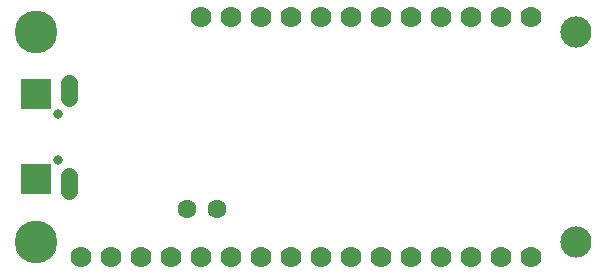
<source format=gbr>
G04 EAGLE Gerber RS-274X export*
G75*
%MOMM*%
%FSLAX34Y34*%
%LPD*%
%INSoldermask Bottom*%
%IPPOS*%
%AMOC8*
5,1,8,0,0,1.08239X$1,22.5*%
G01*
%ADD10C,2.641600*%
%ADD11C,3.617600*%
%ADD12C,0.801600*%
%ADD13R,2.601600X2.601600*%
%ADD14C,1.409600*%
%ADD15C,1.778000*%
%ADD16C,1.601600*%


D10*
X482600Y203200D03*
X482600Y25400D03*
D11*
X25400Y203200D03*
X25400Y25400D03*
D12*
X44450Y133800D03*
X44450Y94800D03*
D13*
X25450Y78300D03*
X25450Y150300D03*
D14*
X53450Y147300D02*
X53450Y160380D01*
X53450Y81300D02*
X53450Y68220D01*
D15*
X444500Y12700D03*
X419100Y12700D03*
X393700Y12700D03*
X368300Y12700D03*
X342900Y12700D03*
X317500Y12700D03*
X292100Y12700D03*
X266700Y12700D03*
X241300Y12700D03*
X215900Y12700D03*
X190500Y12700D03*
X165100Y12700D03*
X139700Y12700D03*
X114300Y12700D03*
X88900Y12700D03*
X63500Y12700D03*
X165100Y215900D03*
X190500Y215900D03*
X215900Y215900D03*
X241300Y215900D03*
X266700Y215900D03*
X292100Y215900D03*
X317500Y215900D03*
X342900Y215900D03*
X368300Y215900D03*
X393700Y215900D03*
X419100Y215900D03*
X444500Y215900D03*
D16*
X153670Y53340D03*
X179070Y53340D03*
M02*

</source>
